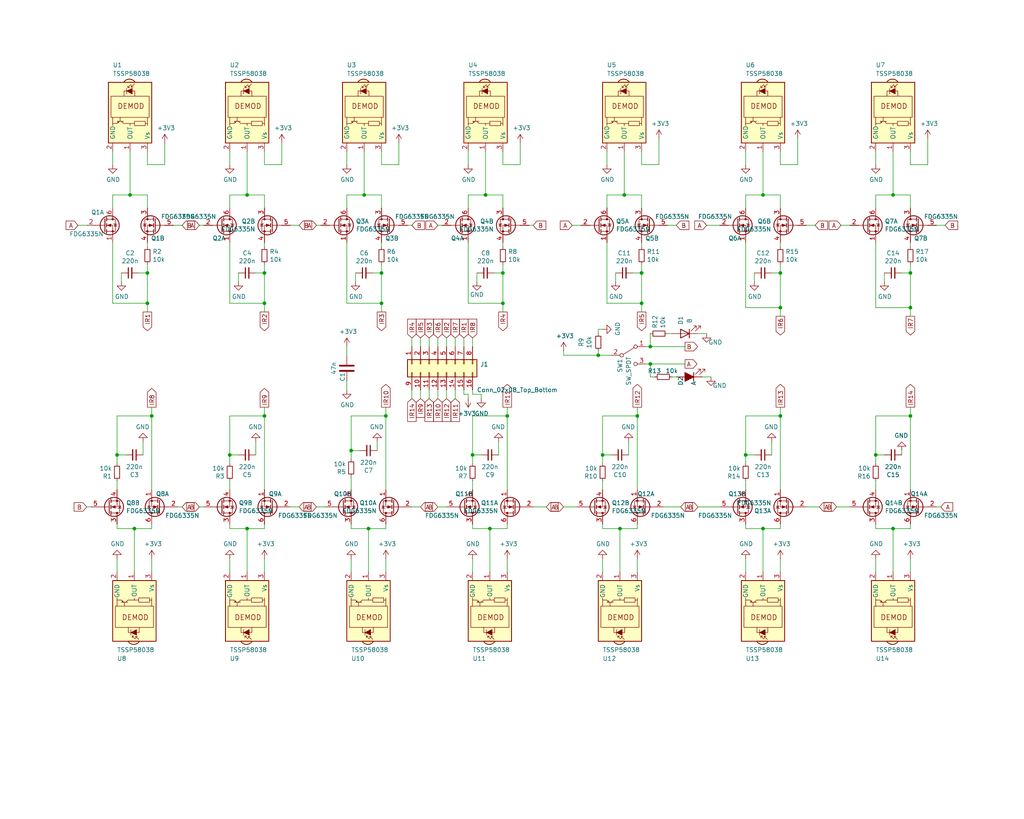
<source format=kicad_sch>
(kicad_sch (version 20211123) (generator eeschema)
  (paper "User" 299.999 240.005)
  (title_block (title "IR PCB Goaly") (date "2022-02-01"))
  (junction (at 39.37 154.94))
  (junction (at 67.31 133.35))
  (junction (at 228.6 121.92))
  (junction (at 148.59 121.92))
  (junction (at 190.5 101.6))
  (junction (at 218.44 133.35))
  (junction (at 266.7 80.01))
  (junction (at 187.96 88.9))
  (junction (at 190.5 106.68))
  (junction (at 34.29 133.35))
  (junction (at 77.47 80.01))
  (junction (at 142.24 57.15))
  (junction (at 111.76 80.01))
  (junction (at 113.03 121.92))
  (junction (at 256.54 133.35))
  (junction (at 106.68 57.15))
  (junction (at 77.47 88.9))
  (junction (at 38.1 57.15))
  (junction (at 223.52 57.15))
  (junction (at 107.95 154.94))
  (junction (at 102.87 132.08))
  (junction (at 181.61 154.94))
  (junction (at 143.51 154.94))
  (junction (at 228.6 90.17))
  (junction (at 43.18 88.9))
  (junction (at 111.76 88.9))
  (junction (at 223.52 154.94))
  (junction (at 266.7 121.92))
  (junction (at 187.96 80.01))
  (junction (at 176.53 133.35))
  (junction (at 72.39 154.94))
  (junction (at 138.43 133.35))
  (junction (at 175.26 104.14))
  (junction (at 261.62 154.94))
  (junction (at 44.45 121.92))
  (junction (at 77.47 121.92))
  (junction (at 261.62 57.15))
  (junction (at 43.18 80.01))
  (junction (at 147.32 88.9))
  (junction (at 72.39 57.15))
  (junction (at 266.7 90.17))
  (junction (at 147.32 80.01))
  (junction (at 182.88 57.15))
  (junction (at 228.6 80.01))
  (junction (at 186.69 121.92))
  (wire (pts (xy 256.54 133.35) (xy 256.54 121.92)))
  (wire (pts (xy 240.03 148.59) (xy 236.22 148.59)))
  (wire (pts (xy 245.11 148.59) (xy 248.92 148.59)))
  (wire (pts (xy 143.51 154.94) (xy 138.43 154.94)))
  (wire (pts (xy 147.32 57.15) (xy 147.32 60.96)))
  (wire (pts (xy 34.29 140.97) (xy 34.29 143.51)))
  (wire (pts (xy 148.59 154.94) (xy 143.51 154.94)))
  (wire (pts (xy 133.35 99.06) (xy 133.35 101.6)))
  (wire (pts (xy 142.24 57.15) (xy 147.32 57.15)))
  (wire (pts (xy 137.16 115.57) (xy 137.16 116.84)))
  (wire (pts (xy 33.02 88.9) (xy 43.18 88.9)))
  (wire (pts (xy 72.39 44.45) (xy 72.39 57.15)))
  (wire (pts (xy 223.52 154.94) (xy 218.44 154.94)))
  (wire (pts (xy 140.97 115.57) (xy 138.43 115.57)))
  (wire (pts (xy 191.77 110.49) (xy 190.5 110.49)))
  (wire (pts (xy 228.6 154.94) (xy 223.52 154.94)))
  (wire (pts (xy 101.6 48.26) (xy 101.6 44.45)))
  (wire (pts (xy 92.71 66.04) (xy 93.98 66.04)))
  (wire (pts (xy 58.42 66.04) (xy 59.69 66.04)))
  (wire (pts (xy 148.59 163.83) (xy 148.59 167.64)))
  (wire (pts (xy 266.7 57.15) (xy 266.7 60.96)))
  (wire (pts (xy 135.89 99.06) (xy 135.89 101.6)))
  (wire (pts (xy 228.6 80.01) (xy 228.6 90.17)))
  (wire (pts (xy 33.02 48.26) (xy 33.02 44.45)))
  (wire (pts (xy 147.32 48.26) (xy 147.32 44.45)))
  (wire (pts (xy 261.62 57.15) (xy 266.7 57.15)))
  (wire (pts (xy 147.32 77.47) (xy 147.32 80.01)))
  (wire (pts (xy 228.6 163.83) (xy 228.6 167.64)))
  (wire (pts (xy 143.51 167.64) (xy 143.51 154.94)))
  (wire (pts (xy 77.47 71.12) (xy 77.47 72.39)))
  (wire (pts (xy 218.44 140.97) (xy 218.44 143.51)))
  (wire (pts (xy 34.29 163.83) (xy 34.29 167.64)))
  (wire (pts (xy 228.6 57.15) (xy 228.6 60.96)))
  (wire (pts (xy 69.85 133.35) (xy 67.31 133.35)))
  (wire (pts (xy 182.88 57.15) (xy 187.96 57.15)))
  (wire (pts (xy 102.87 163.83) (xy 102.87 167.64)))
  (wire (pts (xy 138.43 163.83) (xy 138.43 167.64)))
  (wire (pts (xy 25.4 148.59) (xy 26.67 148.59)))
  (wire (pts (xy 238.76 66.04) (xy 236.22 66.04)))
  (wire (pts (xy 264.16 132.08) (xy 264.16 133.35)))
  (wire (pts (xy 72.39 154.94) (xy 67.31 154.94)))
  (wire (pts (xy 72.39 167.64) (xy 72.39 154.94)))
  (wire (pts (xy 137.16 57.15) (xy 137.16 60.96)))
  (wire (pts (xy 74.93 80.01) (xy 77.47 80.01)))
  (wire (pts (xy 34.29 133.35) (xy 34.29 135.89)))
  (wire (pts (xy 176.53 96.52) (xy 175.26 96.52)))
  (wire (pts (xy 179.07 133.35) (xy 176.53 133.35)))
  (wire (pts (xy 228.6 90.17) (xy 228.6 92.71)))
  (wire (pts (xy 137.16 71.12) (xy 137.16 88.9)))
  (wire (pts (xy 187.96 80.01) (xy 187.96 88.9)))
  (wire (pts (xy 223.52 167.64) (xy 223.52 154.94)))
  (wire (pts (xy 176.53 133.35) (xy 176.53 135.89)))
  (wire (pts (xy 39.37 154.94) (xy 34.29 154.94)))
  (wire (pts (xy 181.61 167.64) (xy 181.61 154.94)))
  (wire (pts (xy 187.96 80.01) (xy 187.96 77.47)))
  (wire (pts (xy 138.43 140.97) (xy 138.43 143.51)))
  (wire (pts (xy 137.16 48.26) (xy 137.16 44.45)))
  (wire (pts (xy 228.6 48.26) (xy 228.6 44.45)))
  (wire (pts (xy 228.6 77.47) (xy 228.6 80.01)))
  (wire (pts (xy 246.38 66.04) (xy 248.92 66.04)))
  (wire (pts (xy 181.61 154.94) (xy 176.53 154.94)))
  (wire (pts (xy 190.5 101.6) (xy 200.66 101.6)))
  (wire (pts (xy 120.65 114.3) (xy 120.65 116.84)))
  (wire (pts (xy 147.32 71.12) (xy 147.32 72.39)))
  (wire (pts (xy 186.69 154.94) (xy 181.61 154.94)))
  (wire (pts (xy 190.5 106.68) (xy 200.66 106.68)))
  (wire (pts (xy 233.68 40.64) (xy 233.68 48.26)))
  (wire (pts (xy 109.22 80.01) (xy 111.76 80.01)))
  (wire (pts (xy 218.44 71.12) (xy 218.44 90.17)))
  (wire (pts (xy 198.12 66.04) (xy 195.58 66.04)))
  (wire (pts (xy 120.65 99.06) (xy 120.65 101.6)))
  (wire (pts (xy 180.34 80.01) (xy 180.34 82.55)))
  (wire (pts (xy 101.6 57.15) (xy 106.68 57.15)))
  (wire (pts (xy 218.44 121.92) (xy 218.44 133.35)))
  (wire (pts (xy 101.6 101.6) (xy 101.6 104.14)))
  (wire (pts (xy 175.26 104.14) (xy 179.07 104.14)))
  (wire (pts (xy 44.45 163.83) (xy 44.45 167.64)))
  (wire (pts (xy 177.8 48.26) (xy 177.8 44.45)))
  (wire (pts (xy 256.54 133.35) (xy 256.54 135.89)))
  (wire (pts (xy 187.96 88.9) (xy 177.8 88.9)))
  (wire (pts (xy 123.19 114.3) (xy 123.19 116.84)))
  (wire (pts (xy 135.89 115.57) (xy 135.89 114.3)))
  (wire (pts (xy 147.32 80.01) (xy 147.32 88.9)))
  (wire (pts (xy 266.7 143.51) (xy 266.7 121.92)))
  (wire (pts (xy 77.47 163.83) (xy 77.47 167.64)))
  (wire (pts (xy 123.19 99.06) (xy 123.19 101.6)))
  (wire (pts (xy 43.18 80.01) (xy 43.18 88.9)))
  (wire (pts (xy 138.43 154.94) (xy 138.43 153.67)))
  (wire (pts (xy 187.96 88.9) (xy 187.96 91.44)))
  (wire (pts (xy 113.03 143.51) (xy 113.03 121.92)))
  (wire (pts (xy 43.18 48.26) (xy 43.18 44.45)))
  (wire (pts (xy 176.53 121.92) (xy 186.69 121.92)))
  (wire (pts (xy 67.31 48.26) (xy 67.31 44.45)))
  (wire (pts (xy 275.59 148.59) (xy 274.32 148.59)))
  (wire (pts (xy 77.47 77.47) (xy 77.47 80.01)))
  (wire (pts (xy 259.08 80.01) (xy 259.08 82.55)))
  (wire (pts (xy 44.45 154.94) (xy 39.37 154.94)))
  (wire (pts (xy 53.34 148.59) (xy 52.07 148.59)))
  (wire (pts (xy 39.37 167.64) (xy 39.37 154.94)))
  (wire (pts (xy 102.87 154.94) (xy 102.87 153.67)))
  (wire (pts (xy 128.27 114.3) (xy 128.27 116.84)))
  (wire (pts (xy 106.68 44.45) (xy 106.68 57.15)))
  (wire (pts (xy 218.44 57.15) (xy 218.44 60.96)))
  (wire (pts (xy 220.98 133.35) (xy 218.44 133.35)))
  (wire (pts (xy 125.73 99.06) (xy 125.73 101.6)))
  (wire (pts (xy 152.4 48.26) (xy 147.32 48.26)))
  (wire (pts (xy 77.47 154.94) (xy 72.39 154.94)))
  (wire (pts (xy 152.4 41.91) (xy 152.4 48.26)))
  (wire (pts (xy 38.1 44.45) (xy 38.1 57.15)))
  (wire (pts (xy 48.26 48.26) (xy 43.18 48.26)))
  (wire (pts (xy 264.16 80.01) (xy 266.7 80.01)))
  (wire (pts (xy 44.45 143.51) (xy 44.45 121.92)))
  (wire (pts (xy 193.04 48.26) (xy 187.96 48.26)))
  (wire (pts (xy 105.41 132.08) (xy 102.87 132.08)))
  (wire (pts (xy 177.8 57.15) (xy 177.8 60.96)))
  (wire (pts (xy 190.5 110.49) (xy 190.5 106.68)))
  (wire (pts (xy 223.52 44.45) (xy 223.52 57.15)))
  (wire (pts (xy 218.44 57.15) (xy 223.52 57.15)))
  (wire (pts (xy 77.47 154.94) (xy 77.47 153.67)))
  (wire (pts (xy 218.44 48.26) (xy 218.44 44.45)))
  (wire (pts (xy 187.96 57.15) (xy 187.96 60.96)))
  (wire (pts (xy 110.49 129.54) (xy 110.49 132.08)))
  (wire (pts (xy 146.05 129.54) (xy 146.05 133.35)))
  (wire (pts (xy 74.93 129.54) (xy 74.93 133.35)))
  (wire (pts (xy 77.47 48.26) (xy 77.47 44.45)))
  (wire (pts (xy 175.26 96.52) (xy 175.26 97.79)))
  (wire (pts (xy 266.7 90.17) (xy 266.7 92.71)))
  (wire (pts (xy 67.31 71.12) (xy 67.31 88.9)))
  (wire (pts (xy 102.87 121.92) (xy 113.03 121.92)))
  (wire (pts (xy 116.84 48.26) (xy 111.76 48.26)))
  (wire (pts (xy 190.5 97.79) (xy 190.5 101.6)))
  (wire (pts (xy 186.69 163.83) (xy 186.69 167.64)))
  (wire (pts (xy 67.31 154.94) (xy 67.31 153.67)))
  (wire (pts (xy 33.02 57.15) (xy 33.02 60.96)))
  (wire (pts (xy 177.8 71.12) (xy 177.8 88.9)))
  (wire (pts (xy 228.6 154.94) (xy 228.6 153.67)))
  (wire (pts (xy 92.71 148.59) (xy 95.25 148.59)))
  (wire (pts (xy 256.54 71.12) (xy 256.54 90.17)))
  (wire (pts (xy 148.59 119.38) (xy 148.59 121.92)))
  (wire (pts (xy 196.85 97.79) (xy 195.58 97.79)))
  (wire (pts (xy 271.78 48.26) (xy 266.7 48.26)))
  (wire (pts (xy 176.53 121.92) (xy 176.53 133.35)))
  (wire (pts (xy 204.47 148.59) (xy 210.82 148.59)))
  (wire (pts (xy 34.29 121.92) (xy 44.45 121.92)))
  (wire (pts (xy 107.95 167.64) (xy 107.95 154.94)))
  (wire (pts (xy 140.97 115.57) (xy 140.97 116.84)))
  (wire (pts (xy 67.31 57.15) (xy 72.39 57.15)))
  (wire (pts (xy 208.28 110.49) (xy 205.74 110.49)))
  (wire (pts (xy 266.7 154.94) (xy 261.62 154.94)))
  (wire (pts (xy 116.84 41.91) (xy 116.84 48.26)))
  (wire (pts (xy 261.62 44.45) (xy 261.62 57.15)))
  (wire (pts (xy 266.7 119.38) (xy 266.7 121.92)))
  (wire (pts (xy 261.62 167.64) (xy 261.62 154.94)))
  (wire (pts (xy 87.63 66.04) (xy 85.09 66.04)))
  (wire (pts (xy 266.7 154.94) (xy 266.7 153.67)))
  (wire (pts (xy 111.76 80.01) (xy 111.76 88.9)))
  (wire (pts (xy 67.31 140.97) (xy 67.31 143.51)))
  (wire (pts (xy 137.16 57.15) (xy 142.24 57.15)))
  (wire (pts (xy 38.1 57.15) (xy 43.18 57.15)))
  (wire (pts (xy 218.44 163.83) (xy 218.44 167.64)))
  (wire (pts (xy 276.86 66.04) (xy 274.32 66.04)))
  (wire (pts (xy 48.26 41.91) (xy 48.26 48.26)))
  (wire (pts (xy 186.69 119.38) (xy 186.69 121.92)))
  (wire (pts (xy 167.64 66.04) (xy 170.18 66.04)))
  (wire (pts (xy 113.03 154.94) (xy 113.03 153.67)))
  (wire (pts (xy 82.55 41.91) (xy 82.55 48.26)))
  (wire (pts (xy 256.54 121.92) (xy 266.7 121.92)))
  (wire (pts (xy 266.7 77.47) (xy 266.7 80.01)))
  (wire (pts (xy 218.44 154.94) (xy 218.44 153.67)))
  (wire (pts (xy 106.68 57.15) (xy 111.76 57.15)))
  (wire (pts (xy 111.76 71.12) (xy 111.76 72.39)))
  (wire (pts (xy 67.31 163.83) (xy 67.31 167.64)))
  (wire (pts (xy 58.42 148.59) (xy 59.69 148.59)))
  (wire (pts (xy 199.39 148.59) (xy 194.31 148.59)))
  (wire (pts (xy 41.91 129.54) (xy 41.91 133.35)))
  (wire (pts (xy 176.53 163.83) (xy 176.53 167.64)))
  (wire (pts (xy 261.62 154.94) (xy 256.54 154.94)))
  (wire (pts (xy 128.27 148.59) (xy 130.81 148.59)))
  (wire (pts (xy 256.54 140.97) (xy 256.54 143.51)))
  (wire (pts (xy 104.14 80.01) (xy 104.14 82.55)))
  (wire (pts (xy 226.06 80.01) (xy 228.6 80.01)))
  (wire (pts (xy 82.55 48.26) (xy 77.47 48.26)))
  (wire (pts (xy 186.69 143.51) (xy 186.69 121.92)))
  (wire (pts (xy 266.7 80.01) (xy 266.7 90.17)))
  (wire (pts (xy 182.88 44.45) (xy 182.88 57.15)))
  (wire (pts (xy 22.86 66.04) (xy 25.4 66.04)))
  (wire (pts (xy 40.64 80.01) (xy 43.18 80.01)))
  (wire (pts (xy 43.18 77.47) (xy 43.18 80.01)))
  (wire (pts (xy 256.54 48.26) (xy 256.54 44.45)))
  (wire (pts (xy 256.54 57.15) (xy 261.62 57.15)))
  (wire (pts (xy 160.02 148.59) (xy 156.21 148.59)))
  (wire (pts (xy 33.02 57.15) (xy 38.1 57.15)))
  (wire (pts (xy 120.65 66.04) (xy 119.38 66.04)))
  (wire (pts (xy 138.43 133.35) (xy 138.43 135.89)))
  (wire (pts (xy 228.6 143.51) (xy 228.6 121.92)))
  (wire (pts (xy 138.43 121.92) (xy 148.59 121.92)))
  (wire (pts (xy 34.29 154.94) (xy 34.29 153.67)))
  (wire (pts (xy 107.95 154.94) (xy 102.87 154.94)))
  (wire (pts (xy 67.31 133.35) (xy 67.31 135.89)))
  (wire (pts (xy 184.15 129.54) (xy 184.15 133.35)))
  (wire (pts (xy 138.43 121.92) (xy 138.43 133.35)))
  (wire (pts (xy 223.52 57.15) (xy 228.6 57.15)))
  (wire (pts (xy 77.47 143.51) (xy 77.47 121.92)))
  (wire (pts (xy 226.06 129.54) (xy 226.06 133.35)))
  (wire (pts (xy 44.45 119.38) (xy 44.45 121.92)))
  (wire (pts (xy 256.54 163.83) (xy 256.54 167.64)))
  (wire (pts (xy 113.03 119.38) (xy 113.03 121.92)))
  (wire (pts (xy 128.27 66.04) (xy 129.54 66.04)))
  (wire (pts (xy 102.87 121.92) (xy 102.87 132.08)))
  (wire (pts (xy 34.29 121.92) (xy 34.29 133.35)))
  (wire (pts (xy 111.76 57.15) (xy 111.76 60.96)))
  (wire (pts (xy 102.87 139.7) (xy 102.87 143.51)))
  (wire (pts (xy 176.53 140.97) (xy 176.53 143.51)))
  (wire (pts (xy 271.78 40.64) (xy 271.78 48.26)))
  (wire (pts (xy 128.27 99.06) (xy 128.27 101.6)))
  (wire (pts (xy 43.18 57.15) (xy 43.18 60.96)))
  (wire (pts (xy 187.96 48.26) (xy 187.96 44.45)))
  (wire (pts (xy 266.7 71.12) (xy 266.7 72.39)))
  (wire (pts (xy 233.68 48.26) (xy 228.6 48.26)))
  (wire (pts (xy 130.81 99.06) (xy 130.81 101.6)))
  (wire (pts (xy 266.7 48.26) (xy 266.7 44.45)))
  (wire (pts (xy 228.6 119.38) (xy 228.6 121.92)))
  (wire (pts (xy 138.43 99.06) (xy 138.43 101.6)))
  (wire (pts (xy 101.6 71.12) (xy 101.6 88.9)))
  (wire (pts (xy 77.47 80.01) (xy 77.47 88.9)))
  (wire (pts (xy 125.73 114.3) (xy 125.73 116.84)))
  (wire (pts (xy 101.6 88.9) (xy 111.76 88.9)))
  (wire (pts (xy 175.26 102.87) (xy 175.26 104.14)))
  (wire (pts (xy 256.54 57.15) (xy 256.54 60.96)))
  (wire (pts (xy 148.59 154.94) (xy 148.59 153.67)))
  (wire (pts (xy 187.96 71.12) (xy 187.96 72.39)))
  (wire (pts (xy 148.59 121.92) (xy 148.59 143.51)))
  (wire (pts (xy 259.08 133.35) (xy 256.54 133.35)))
  (wire (pts (xy 43.18 88.9) (xy 43.18 91.44)))
  (wire (pts (xy 53.34 66.04) (xy 50.8 66.04)))
  (wire (pts (xy 228.6 90.17) (xy 218.44 90.17)))
  (wire (pts (xy 186.69 154.94) (xy 186.69 153.67)))
  (wire (pts (xy 133.35 114.3) (xy 133.35 116.84)))
  (wire (pts (xy 69.85 80.01) (xy 69.85 82.55)))
  (wire (pts (xy 165.1 104.14) (xy 175.26 104.14)))
  (wire (pts (xy 177.8 57.15) (xy 182.88 57.15)))
  (wire (pts (xy 176.53 154.94) (xy 176.53 153.67)))
  (wire (pts (xy 156.21 66.04) (xy 154.94 66.04)))
  (wire (pts (xy 111.76 88.9) (xy 111.76 91.44)))
  (wire (pts (xy 144.78 80.01) (xy 147.32 80.01)))
  (wire (pts (xy 113.03 163.83) (xy 113.03 167.64)))
  (wire (pts (xy 67.31 121.92) (xy 67.31 133.35)))
  (wire (pts (xy 67.31 88.9) (xy 77.47 88.9)))
  (wire (pts (xy 218.44 133.35) (xy 218.44 135.89)))
  (wire (pts (xy 165.1 102.87) (xy 165.1 104.14)))
  (wire (pts (xy 101.6 57.15) (xy 101.6 60.96)))
  (wire (pts (xy 137.16 115.57) (xy 135.89 115.57)))
  (wire (pts (xy 228.6 71.12) (xy 228.6 72.39)))
  (wire (pts (xy 43.18 71.12) (xy 43.18 72.39)))
  (wire (pts (xy 130.81 114.3) (xy 130.81 116.84)))
  (wire (pts (xy 77.47 88.9) (xy 77.47 91.44)))
  (wire (pts (xy 33.02 71.12) (xy 33.02 88.9)))
  (wire (pts (xy 44.45 154.94) (xy 44.45 153.67)))
  (wire (pts (xy 142.24 44.45) (xy 142.24 57.15)))
  (wire (pts (xy 72.39 57.15) (xy 77.47 57.15)))
  (wire (pts (xy 147.32 88.9) (xy 147.32 91.44)))
  (wire (pts (xy 67.31 121.92) (xy 77.47 121.92)))
  (wire (pts (xy 123.19 148.59) (xy 120.65 148.59)))
  (wire (pts (xy 256.54 154.94) (xy 256.54 153.67)))
  (wire (pts (xy 165.1 148.59) (xy 168.91 148.59)))
  (wire (pts (xy 111.76 77.47) (xy 111.76 80.01)))
  (wire (pts (xy 85.09 148.59) (xy 87.63 148.59)))
  (wire (pts (xy 266.7 90.17) (xy 256.54 90.17)))
  (wire (pts (xy 101.6 111.76) (xy 101.6 114.3)))
  (wire (pts (xy 207.01 66.04) (xy 210.82 66.04)))
  (wire (pts (xy 185.42 80.01) (xy 187.96 80.01)))
  (wire (pts (xy 102.87 132.08) (xy 102.87 134.62)))
  (wire (pts (xy 113.03 154.94) (xy 107.95 154.94)))
  (wire (pts (xy 67.31 57.15) (xy 67.31 60.96)))
  (wire (pts (xy 140.97 133.35) (xy 138.43 133.35)))
  (wire (pts (xy 266.7 163.83) (xy 266.7 167.64)))
  (wire (pts (xy 77.47 119.38) (xy 77.47 121.92)))
  (wire (pts (xy 198.12 110.49) (xy 196.85 110.49)))
  (wire (pts (xy 189.23 101.6) (xy 190.5 101.6)))
  (wire (pts (xy 207.01 97.79) (xy 204.47 97.79)))
  (wire (pts (xy 189.23 106.68) (xy 190.5 106.68)))
  (wire (pts (xy 77.47 57.15) (xy 77.47 60.96)))
  (wire (pts (xy 137.16 88.9) (xy 147.32 88.9)))
  (wire (pts (xy 220.98 80.01) (xy 220.98 82.55)))
  (wire (pts (xy 35.56 80.01) (xy 35.56 82.55)))
  (wire (pts (xy 138.43 115.57) (xy 138.43 114.3)))
  (wire (pts (xy 139.7 80.01) (xy 139.7 82.55)))
  (wire (pts (xy 218.44 121.92) (xy 228.6 121.92)))
  (wire (pts (xy 36.83 133.35) (xy 34.29 133.35)))
  (wire (pts (xy 193.04 40.64) (xy 193.04 48.26)))
  (wire (pts (xy 111.76 48.26) (xy 111.76 44.45)))
  (global_label "B" (shape input) (at 87.63 66.04 0) (property "Intersheet References" "${INTERSHEET_REFS}" (effects hide)))
  (global_label "IR10" (shape input) (at 128.27 116.84 270) (property "Intersheet References" "${INTERSHEET_REFS}" (effects hide)))
  (global_label "A" (shape input) (at 87.63 148.59 0) (property "Intersheet References" "${INTERSHEET_REFS}" (effects hide)))
  (global_label "IR13" (shape input) (at 125.73 116.84 270) (property "Intersheet References" "${INTERSHEET_REFS}" (effects hide)))
  (global_label "B" (shape input) (at 53.34 66.04 0) (property "Intersheet References" "${INTERSHEET_REFS}" (effects hide)))
  (global_label "A" (shape input) (at 128.27 66.04 180) (property "Intersheet References" "${INTERSHEET_REFS}" (effects hide)))
  (global_label "IR7" (shape output) (at 266.7 92.71 270) (property "Intersheet References" "${INTERSHEET_REFS}" (effects hide)))
  (global_label "A" (shape input) (at 275.59 148.59 0) (property "Intersheet References" "${INTERSHEET_REFS}" (effects hide)))
  (global_label "B" (shape input) (at 156.21 66.04 0) (property "Intersheet References" "${INTERSHEET_REFS}" (effects hide)))
  (global_label "A" (shape input) (at 199.39 148.59 0) (property "Intersheet References" "${INTERSHEET_REFS}" (effects hide)))
  (global_label "A" (shape input) (at 123.19 148.59 0) (property "Intersheet References" "${INTERSHEET_REFS}" (effects hide)))
  (global_label "B" (shape input) (at 25.4 148.59 180) (property "Intersheet References" "${INTERSHEET_REFS}" (effects hide)))
  (global_label "A" (shape input) (at 240.03 148.59 0) (property "Intersheet References" "${INTERSHEET_REFS}" (effects hide)))
  (global_label "IR4" (shape input) (at 120.65 99.06 90) (property "Intersheet References" "${INTERSHEET_REFS}" (effects hide)))
  (global_label "IR10" (shape output) (at 113.03 119.38 90) (property "Intersheet References" "${INTERSHEET_REFS}" (effects hide)))
  (global_label "IR12" (shape output) (at 186.69 119.38 90) (property "Intersheet References" "${INTERSHEET_REFS}" (effects hide)))
  (global_label "IR1" (shape input) (at 135.89 99.06 90) (property "Intersheet References" "${INTERSHEET_REFS}" (effects hide)))
  (global_label "IR12" (shape input) (at 130.81 116.84 270) (property "Intersheet References" "${INTERSHEET_REFS}" (effects hide)))
  (global_label "IR11" (shape output) (at 148.59 119.38 90) (property "Intersheet References" "${INTERSHEET_REFS}" (effects hide)))
  (global_label "IR14" (shape output) (at 266.7 119.38 90) (property "Intersheet References" "${INTERSHEET_REFS}" (effects hide)))
  (global_label "A" (shape input) (at 160.02 148.59 0) (property "Intersheet References" "${INTERSHEET_REFS}" (effects hide)))
  (global_label "A" (shape input) (at 53.34 148.59 0) (property "Intersheet References" "${INTERSHEET_REFS}" (effects hide)))
  (global_label "IR3" (shape output) (at 111.76 91.44 270) (property "Intersheet References" "${INTERSHEET_REFS}" (effects hide)))
  (global_label "B" (shape input) (at 204.47 148.59 180) (property "Intersheet References" "${INTERSHEET_REFS}" (effects hide)))
  (global_label "IR6" (shape output) (at 228.6 92.71 270) (property "Intersheet References" "${INTERSHEET_REFS}" (effects hide)))
  (global_label "IR5" (shape output) (at 187.96 91.44 270) (property "Intersheet References" "${INTERSHEET_REFS}" (effects hide)))
  (global_label "IR13" (shape output) (at 228.6 119.38 90) (property "Intersheet References" "${INTERSHEET_REFS}" (effects hide)))
  (global_label "A" (shape input) (at 207.01 66.04 180) (property "Intersheet References" "${INTERSHEET_REFS}" (effects hide)))
  (global_label "A" (shape input) (at 167.64 66.04 180) (property "Intersheet References" "${INTERSHEET_REFS}" (effects hide)))
  (global_label "IR5" (shape input) (at 123.19 99.06 90) (property "Intersheet References" "${INTERSHEET_REFS}" (effects hide)))
  (global_label "A" (shape input) (at 246.38 66.04 180) (property "Intersheet References" "${INTERSHEET_REFS}" (effects hide)))
  (global_label "IR8" (shape input) (at 138.43 99.06 90) (property "Intersheet References" "${INTERSHEET_REFS}" (effects hide)))
  (global_label "IR6" (shape input) (at 128.27 99.06 90) (property "Intersheet References" "${INTERSHEET_REFS}" (effects hide)))
  (global_label "A" (shape input) (at 22.86 66.04 180) (property "Intersheet References" "${INTERSHEET_REFS}" (effects hide)))
  (global_label "B" (shape input) (at 198.12 66.04 0) (property "Intersheet References" "${INTERSHEET_REFS}" (effects hide)))
  (global_label "IR3" (shape input) (at 125.73 99.06 90) (property "Intersheet References" "${INTERSHEET_REFS}" (effects hide)))
  (global_label "A" (shape output) (at 200.66 106.68 0) (property "Intersheet References" "${INTERSHEET_REFS}" (effects hide)))
  (global_label "B" (shape input) (at 165.1 148.59 180) (property "Intersheet References" "${INTERSHEET_REFS}" (effects hide)))
  (global_label "IR11" (shape input) (at 133.35 116.84 270) (property "Intersheet References" "${INTERSHEET_REFS}" (effects hide)))
  (global_label "A" (shape input) (at 58.42 66.04 180) (property "Intersheet References" "${INTERSHEET_REFS}" (effects hide)))
  (global_label "B" (shape input) (at 276.86 66.04 0) (property "Intersheet References" "${INTERSHEET_REFS}" (effects hide)))
  (global_label "IR9" (shape output) (at 77.47 119.38 90) (property "Intersheet References" "${INTERSHEET_REFS}" (effects hide)))
  (global_label "B" (shape input) (at 245.11 148.59 180) (property "Intersheet References" "${INTERSHEET_REFS}" (effects hide)))
  (global_label "B" (shape input) (at 120.65 66.04 0) (property "Intersheet References" "${INTERSHEET_REFS}" (effects hide)))
  (global_label "IR4" (shape output) (at 147.32 91.44 270) (property "Intersheet References" "${INTERSHEET_REFS}" (effects hide)))
  (global_label "B" (shape input) (at 58.42 148.59 180) (property "Intersheet References" "${INTERSHEET_REFS}" (effects hide)))
  (global_label "IR8" (shape output) (at 44.45 119.38 90) (property "Intersheet References" "${INTERSHEET_REFS}" (effects hide)))
  (global_label "IR2" (shape output) (at 77.47 91.44 270) (property "Intersheet References" "${INTERSHEET_REFS}" (effects hide)))
  (global_label "IR1" (shape output) (at 43.18 91.44 270) (property "Intersheet References" "${INTERSHEET_REFS}" (effects hide)))
  (global_label "IR9" (shape input) (at 123.19 116.84 270) (property "Intersheet References" "${INTERSHEET_REFS}" (effects hide)))
  (global_label "B" (shape output) (at 200.66 101.6 0) (property "Intersheet References" "${INTERSHEET_REFS}" (effects hide)))
  (global_label "A" (shape input) (at 92.71 66.04 180) (property "Intersheet References" "${INTERSHEET_REFS}" (effects hide)))
  (global_label "IR2" (shape input) (at 130.81 99.06 90) (property "Intersheet References" "${INTERSHEET_REFS}" (effects hide)))
  (global_label "IR14" (shape input) (at 120.65 116.84 270) (property "Intersheet References" "${INTERSHEET_REFS}" (effects hide)))
  (global_label "IR7" (shape input) (at 133.35 99.06 90) (property "Intersheet References" "${INTERSHEET_REFS}" (effects hide)))
  (global_label "B" (shape input) (at 128.27 148.59 180) (property "Intersheet References" "${INTERSHEET_REFS}" (effects hide)))
  (global_label "B" (shape input) (at 92.71 148.59 180) (property "Intersheet References" "${INTERSHEET_REFS}" (effects hide)))
  (global_label "B" (shape input) (at 238.76 66.04 0) (property "Intersheet References" "${INTERSHEET_REFS}" (effects hide)))
  (symbol (lib_id "Sensor_Proximity:TSSP58038") (at 38.1 34.29 270) (unit 1)
    (property "Reference" "U1" (at 33.02 19.05 90) (effects (justify left)))
    (property "Value" "TSSP58038" (at 33.02 21.59 90) (effects (justify left)))
    (property "Footprint" "OptoDevice:Vishay_MINIMOLD-3Pin" (effects hide))
    (property "Datasheet" "http://www.vishay.com/docs/82476/tssp58p38.pdf" (effects hide))
  )
  (symbol (lib_id "power:GND") (at 33.02 48.26 0) (unit 1)
    (property "Reference" "#PWR0101" (effects hide))
    (property "Value" "GND" (at 33.147 52.6542 0))
  )
  (symbol (lib_id "Sensor_Proximity:TSSP58038") (at 72.39 34.29 270) (unit 1)
    (property "Reference" "U2" (at 67.31 19.05 90) (effects (justify left)))
    (property "Value" "TSSP58038" (at 67.31 21.59 90) (effects (justify left)))
    (property "Footprint" "OptoDevice:Vishay_MINIMOLD-3Pin" (effects hide))
    (property "Datasheet" "http://www.vishay.com/docs/82476/tssp58p38.pdf" (effects hide))
  )
  (symbol (lib_id "power:GND") (at 67.31 48.26 0) (unit 1)
    (property "Reference" "#PWR0103" (effects hide))
    (property "Value" "GND" (at 67.437 52.6542 0))
  )
  (symbol (lib_id "Sensor_Proximity:TSSP58038") (at 106.68 34.29 270) (unit 1)
    (property "Reference" "U3" (at 101.6 19.05 90) (effects (justify left)))
    (property "Value" "TSSP58038" (at 101.6 21.59 90) (effects (justify left)))
    (property "Footprint" "OptoDevice:Vishay_MINIMOLD-3Pin" (effects hide))
    (property "Datasheet" "http://www.vishay.com/docs/82476/tssp58p38.pdf" (effects hide))
  )
  (symbol (lib_id "power:GND") (at 101.6 48.26 0) (unit 1)
    (property "Reference" "#PWR0105" (effects hide))
    (property "Value" "GND" (at 101.727 52.6542 0))
  )
  (symbol (lib_id "Sensor_Proximity:TSSP58038") (at 142.24 34.29 270) (unit 1)
    (property "Reference" "U4" (at 137.16 19.05 90) (effects (justify left)))
    (property "Value" "TSSP58038" (at 137.16 21.59 90) (effects (justify left)))
    (property "Footprint" "OptoDevice:Vishay_MINIMOLD-3Pin" (effects hide))
    (property "Datasheet" "http://www.vishay.com/docs/82476/tssp58p38.pdf" (effects hide))
  )
  (symbol (lib_id "power:GND") (at 137.16 48.26 0) (unit 1)
    (property "Reference" "#PWR0107" (effects hide))
    (property "Value" "GND" (at 137.287 52.6542 0))
  )
  (symbol (lib_id "Sensor_Proximity:TSSP58038") (at 182.88 34.29 270) (unit 1)
    (property "Reference" "U5" (at 177.8 19.05 90) (effects (justify left)))
    (property "Value" "TSSP58038" (at 177.8 21.59 90) (effects (justify left)))
    (property "Footprint" "OptoDevice:Vishay_MINIMOLD-3Pin" (effects hide))
    (property "Datasheet" "http://www.vishay.com/docs/82476/tssp58p38.pdf" (effects hide))
  )
  (symbol (lib_id "power:GND") (at 177.8 48.26 0) (unit 1)
    (property "Reference" "#PWR0109" (effects hide))
    (property "Value" "GND" (at 177.927 52.6542 0))
  )
  (symbol (lib_id "Sensor_Proximity:TSSP58038") (at 223.52 34.29 270) (unit 1)
    (property "Reference" "U6" (at 218.44 19.05 90) (effects (justify left)))
    (property "Value" "TSSP58038" (at 218.44 21.59 90) (effects (justify left)))
    (property "Footprint" "OptoDevice:Vishay_MINIMOLD-3Pin" (effects hide))
    (property "Datasheet" "http://www.vishay.com/docs/82476/tssp58p38.pdf" (effects hide))
  )
  (symbol (lib_id "power:GND") (at 218.44 48.26 0) (unit 1)
    (property "Reference" "#PWR0111" (effects hide))
    (property "Value" "GND" (at 218.567 52.6542 0))
  )
  (symbol (lib_id "Sensor_Proximity:TSSP58038") (at 261.62 34.29 270) (unit 1)
    (property "Reference" "U7" (at 256.54 19.05 90) (effects (justify left)))
    (property "Value" "TSSP58038" (at 256.54 21.59 90) (effects (justify left)))
    (property "Footprint" "OptoDevice:Vishay_MINIMOLD-3Pin" (effects hide))
    (property "Datasheet" "http://www.vishay.com/docs/82476/tssp58p38.pdf" (effects hide))
  )
  (symbol (lib_id "power:GND") (at 256.54 48.26 0) (unit 1)
    (property "Reference" "#PWR0113" (effects hide))
    (property "Value" "GND" (at 256.667 52.6542 0))
  )
  (symbol (lib_id "Sensor_Proximity:TSSP58038") (at 39.37 177.8 270) (mirror x) (unit 1)
    (property "Reference" "U8" (at 34.29 193.04 90) (effects (justify left)))
    (property "Value" "TSSP58038" (at 34.29 190.5 90) (effects (justify left)))
    (property "Footprint" "OptoDevice:Vishay_MINIMOLD-3Pin" (effects hide))
    (property "Datasheet" "http://www.vishay.com/docs/82476/tssp58p38.pdf" (effects hide))
  )
  (symbol (lib_id "power:GND") (at 34.29 163.83 0) (mirror x) (unit 1)
    (property "Reference" "#PWR0115" (effects hide))
    (property "Value" "GND" (at 34.417 159.4358 0))
  )
  (symbol (lib_id "Sensor_Proximity:TSSP58038") (at 72.39 177.8 270) (mirror x) (unit 1)
    (property "Reference" "U9" (at 67.31 193.04 90) (effects (justify left)))
    (property "Value" "TSSP58038" (at 67.31 190.5 90) (effects (justify left)))
    (property "Footprint" "OptoDevice:Vishay_MINIMOLD-3Pin" (effects hide))
    (property "Datasheet" "http://www.vishay.com/docs/82476/tssp58p38.pdf" (effects hide))
  )
  (symbol (lib_id "power:GND") (at 67.31 163.83 0) (mirror x) (unit 1)
    (property "Reference" "#PWR0117" (effects hide))
    (property "Value" "GND" (at 67.437 159.4358 0))
  )
  (symbol (lib_id "Sensor_Proximity:TSSP58038") (at 107.95 177.8 270) (mirror x) (unit 1)
    (property "Reference" "U10" (at 102.87 193.04 90) (effects (justify left)))
    (property "Value" "TSSP58038" (at 102.87 190.5 90) (effects (justify left)))
    (property "Footprint" "OptoDevice:Vishay_MINIMOLD-3Pin" (effects hide))
    (property "Datasheet" "http://www.vishay.com/docs/82476/tssp58p38.pdf" (effects hide))
  )
  (symbol (lib_id "power:GND") (at 102.87 163.83 0) (mirror x) (unit 1)
    (property "Reference" "#PWR0119" (effects hide))
    (property "Value" "GND" (at 102.997 159.4358 0))
  )
  (symbol (lib_id "Sensor_Proximity:TSSP58038") (at 143.51 177.8 270) (mirror x) (unit 1)
    (property "Reference" "U11" (at 138.43 193.04 90) (effects (justify left)))
    (property "Value" "TSSP58038" (at 138.43 190.5 90) (effects (justify left)))
    (property "Footprint" "OptoDevice:Vishay_MINIMOLD-3Pin" (effects hide))
    (property "Datasheet" "http://www.vishay.com/docs/82476/tssp58p38.pdf" (effects hide))
  )
  (symbol (lib_id "power:GND") (at 138.43 163.83 0) (mirror x) (unit 1)
    (property "Reference" "#PWR0121" (effects hide))
    (property "Value" "GND" (at 138.557 159.4358 0))
  )
  (symbol (lib_id "Sensor_Proximity:TSSP58038") (at 181.61 177.8 270) (mirror x) (unit 1)
    (property "Reference" "U12" (at 176.53 193.04 90) (effects (justify left)))
    (property "Value" "TSSP58038" (at 176.53 190.5 90) (effects (justify left)))
    (property "Footprint" "OptoDevice:Vishay_MINIMOLD-3Pin" (effects hide))
    (property "Datasheet" "http://www.vishay.com/docs/82476/tssp58p38.pdf" (effects hide))
  )
  (symbol (lib_id "power:GND") (at 176.53 163.83 0) (mirror x) (unit 1)
    (property "Reference" "#PWR0123" (effects hide))
    (property "Value" "GND" (at 176.657 159.4358 0))
  )
  (symbol (lib_id "Sensor_Proximity:TSSP58038") (at 223.52 177.8 270) (mirror x) (unit 1)
    (property "Reference" "U13" (at 218.44 193.04 90) (effects (justify left)))
    (property "Value" "TSSP58038" (at 218.44 190.5 90) (effects (justify left)))
    (property "Footprint" "OptoDevice:Vishay_MINIMOLD-3Pin" (effects hide))
    (property "Datasheet" "http://www.vishay.com/docs/82476/tssp58p38.pdf" (effects hide))
  )
  (symbol (lib_id "power:GND") (at 218.44 163.83 0) (mirror x) (unit 1)
    (property "Reference" "#PWR0125" (effects hide))
    (property "Value" "GND" (at 218.567 159.4358 0))
  )
  (symbol (lib_id "Sensor_Proximity:TSSP58038") (at 261.62 177.8 270) (mirror x) (unit 1)
    (property "Reference" "U14" (at 256.54 193.04 90) (effects (justify left)))
    (property "Value" "TSSP58038" (at 256.54 190.5 90) (effects (justify left)))
    (property "Footprint" "OptoDevice:Vishay_MINIMOLD-3Pin" (effects hide))
    (property "Datasheet" "http://www.vishay.com/docs/82476/tssp58p38.pdf" (effects hide))
  )
  (symbol (lib_id "power:GND") (at 256.54 163.83 0) (mirror x) (unit 1)
    (property "Reference" "#PWR0127" (effects hide))
    (property "Value" "GND" (at 256.667 159.4358 0))
  )
  (symbol (lib_id "Device:C") (at 101.6 107.95 180) (unit 1)
    (property "Reference" "C1" (at 100.33 110.49 90))
    (property "Value" "47n" (at 97.79 107.95 90))
    (property "Footprint" "Capacitor_SMD:C_0603_1608Metric" (effects hide))
  )
  (symbol (lib_id "Switch:SW_SPDT") (at 184.15 104.14 0) (unit 1)
    (property "Reference" "SW1" (at 181.61 109.22 90) (effects (justify left)))
    (property "Value" "SW_SPDT" (at 184.15 113.03 90) (effects (justify left)))
    (property "Footprint" "Main_Board:EG1218" (effects hide))
  )
  (symbol (lib_id "power:GND") (at 35.56 82.55 0) (unit 1)
    (property "Reference" "#PWR01" (effects hide))
    (property "Value" "GND" (at 35.687 86.9442 0))
  )
  (symbol (lib_id "Transistor_FET:FDG6335N") (at 30.48 66.04 0) (unit 1)
    (property "Reference" "Q1" (at 26.67 62.23 0) (effects (justify left)))
    (property "Value" "FDG6335N" (at 20.32 68.58 0) (effects (justify left)))
    (property "Footprint" "Package_TO_SOT_SMD:SOT-363_SC-70-6" (effects hide))
    (property "Datasheet" "http://www.gneic.com/product/datasheet/FDG6335N-1122853.pdf" (effects hide))
  )
  (symbol (lib_id "Transistor_FET:FDG6335N") (at 99.06 66.04 0) (unit 1)
    (property "Reference" "Q3" (at 104.2416 64.8716 0) (effects (justify left)))
    (property "Value" "FDG6335N" (at 104.2416 67.183 0) (effects (justify left)))
    (property "Footprint" "Package_TO_SOT_SMD:SOT-363_SC-70-6" (effects hide))
    (property "Datasheet" "http://www.gneic.com/product/datasheet/FDG6335N-1122853.pdf" (effects hide))
  )
  (symbol (lib_id "Transistor_FET:FDG6335N") (at 175.26 66.04 0) (unit 1)
    (property "Reference" "Q5" (at 180.4416 64.8716 0) (effects (justify left)))
    (property "Value" "FDG6335N" (at 180.4416 67.183 0) (effects (justify left)))
    (property "Footprint" "Package_TO_SOT_SMD:SOT-363_SC-70-6" (effects hide))
    (property "Datasheet" "http://www.gneic.com/product/datasheet/FDG6335N-1122853.pdf" (effects hide))
  )
  (symbol (lib_id "Transistor_FET:FDG6335N") (at 254 66.04 0) (unit 1)
    (property "Reference" "Q7" (at 259.1816 64.8716 0) (effects (justify left)))
    (property "Value" "FDG6335N" (at 259.1816 67.183 0) (effects (justify left)))
    (property "Footprint" "Package_TO_SOT_SMD:SOT-363_SC-70-6" (effects hide))
    (property "Datasheet" "http://www.gneic.com/product/datasheet/FDG6335N-1122853.pdf" (effects hide))
  )
  (symbol (lib_id "Transistor_FET:FDG6335N") (at 64.77 148.59 0) (mirror x) (unit 2)
    (property "Reference" "Q9" (at 69.9516 147.4216 0) (effects (justify left)))
    (property "Value" "FDG6335N" (at 69.9516 149.733 0) (effects (justify left)))
    (property "Footprint" "Package_TO_SOT_SMD:SOT-363_SC-70-6" (effects hide))
    (property "Datasheet" "http://www.gneic.com/product/datasheet/FDG6335N-1122853.pdf" (effects hide))
  )
  (symbol (lib_id "Transistor_FET:FDG6335N") (at 151.13 148.59 180) (unit 1)
    (property "Reference" "Q11" (at 145.9484 147.4216 0) (effects (justify left)))
    (property "Value" "FDG6335N" (at 145.9484 149.733 0) (effects (justify left)))
    (property "Footprint" "Package_TO_SOT_SMD:SOT-363_SC-70-6" (effects hide))
    (property "Datasheet" "http://www.gneic.com/product/datasheet/FDG6335N-1122853.pdf" (effects hide))
  )
  (symbol (lib_id "Transistor_FET:FDG6335N") (at 231.14 148.59 180) (unit 1)
    (property "Reference" "Q13" (at 225.9584 149.7584 0) (effects (justify left)))
    (property "Value" "FDG6335N" (at 225.9584 147.447 0) (effects (justify left)))
    (property "Footprint" "Package_TO_SOT_SMD:SOT-363_SC-70-6" (effects hide))
    (property "Datasheet" "http://www.gneic.com/product/datasheet/FDG6335N-1122853.pdf" (effects hide))
  )
  (symbol (lib_id "Transistor_FET:FDG6335N") (at 254 148.59 0) (mirror x) (unit 2)
    (property "Reference" "Q14" (at 259.207 147.4216 0) (effects (justify left)))
    (property "Value" "FDG6335N" (at 259.207 149.733 0) (effects (justify left)))
    (property "Footprint" "Package_TO_SOT_SMD:SOT-363_SC-70-6" (effects hide))
    (property "Datasheet" "http://www.gneic.com/product/datasheet/FDG6335N-1122853.pdf" (effects hide))
  )
  (symbol (lib_id "Transistor_FET:FDG6335N") (at 173.99 148.59 0) (mirror x) (unit 2)
    (property "Reference" "Q12" (at 179.197 147.4216 0) (effects (justify left)))
    (property "Value" "FDG6335N" (at 179.197 149.733 0) (effects (justify left)))
    (property "Footprint" "Package_TO_SOT_SMD:SOT-363_SC-70-6" (effects hide))
    (property "Datasheet" "http://www.gneic.com/product/datasheet/FDG6335N-1122853.pdf" (effects hide))
  )
  (symbol (lib_id "Transistor_FET:FDG6335N") (at 115.57 148.59 180) (unit 1)
    (property "Reference" "Q10" (at 110.363 147.4216 0) (effects (justify left)))
    (property "Value" "FDG6335N" (at 110.363 149.733 0) (effects (justify left)))
    (property "Footprint" "Package_TO_SOT_SMD:SOT-363_SC-70-6" (effects hide))
    (property "Datasheet" "http://www.gneic.com/product/datasheet/FDG6335N-1122853.pdf" (effects hide))
  )
  (symbol (lib_id "Transistor_FET:FDG6335N") (at 31.75 148.59 0) (mirror x) (unit 2)
    (property "Reference" "Q8" (at 36.957 147.4216 0) (effects (justify left)))
    (property "Value" "FDG6335N" (at 36.957 149.733 0) (effects (justify left)))
    (property "Footprint" "Package_TO_SOT_SMD:SOT-363_SC-70-6" (effects hide))
    (property "Datasheet" "http://www.gneic.com/product/datasheet/FDG6335N-1122853.pdf" (effects hide))
  )
  (symbol (lib_id "Transistor_FET:FDG6335N") (at 231.14 66.04 0) (mirror y) (unit 2)
    (property "Reference" "Q6" (at 225.933 64.8716 0) (effects (justify left)))
    (property "Value" "FDG6335N" (at 225.933 67.183 0) (effects (justify left)))
    (property "Footprint" "Package_TO_SOT_SMD:SOT-363_SC-70-6" (effects hide))
    (property "Datasheet" "http://www.gneic.com/product/datasheet/FDG6335N-1122853.pdf" (effects hide))
  )
  (symbol (lib_id "Transistor_FET:FDG6335N") (at 149.86 66.04 0) (mirror y) (unit 2)
    (property "Reference" "Q4" (at 144.653 64.8716 0) (effects (justify left)))
    (property "Value" "FDG6335N" (at 144.653 67.183 0) (effects (justify left)))
    (property "Footprint" "Package_TO_SOT_SMD:SOT-363_SC-70-6" (effects hide))
    (property "Datasheet" "http://www.gneic.com/product/datasheet/FDG6335N-1122853.pdf" (effects hide))
  )
  (symbol (lib_id "Transistor_FET:FDG6335N") (at 64.77 66.04 0) (unit 1)
    (property "Reference" "Q2" (at 62.23 69.85 0) (effects (justify left)))
    (property "Value" "FDG6335N" (at 53.34 63.5 0) (effects (justify left)))
    (property "Footprint" "Package_TO_SOT_SMD:SOT-363_SC-70-6" (effects hide))
    (property "Datasheet" "http://www.gneic.com/product/datasheet/FDG6335N-1122853.pdf" (effects hide))
  )
  (symbol (lib_id "Transistor_FET:FDG6335N") (at 80.01 66.04 0) (mirror y) (unit 2)
    (property "Reference" "Q2" (at 74.803 64.8716 0) (effects (justify left)))
    (property "Value" "FDG6335N" (at 74.803 67.183 0) (effects (justify left)))
    (property "Footprint" "Package_TO_SOT_SMD:SOT-363_SC-70-6" (effects hide))
    (property "Datasheet" "http://www.gneic.com/product/datasheet/FDG6335N-1122853.pdf" (effects hide))
  )
  (symbol (lib_id "Transistor_FET:FDG6335N") (at 134.62 66.04 0) (unit 1)
    (property "Reference" "Q4" (at 132.08 69.85 0) (effects (justify left)))
    (property "Value" "FDG6335N" (at 123.19 63.5 0) (effects (justify left)))
    (property "Footprint" "Package_TO_SOT_SMD:SOT-363_SC-70-6" (effects hide))
    (property "Datasheet" "http://www.gneic.com/product/datasheet/FDG6335N-1122853.pdf" (effects hide))
  )
  (symbol (lib_id "Transistor_FET:FDG6335N") (at 215.9 66.04 0) (unit 1)
    (property "Reference" "Q6" (at 213.36 69.85 0) (effects (justify left)))
    (property "Value" "FDG6335N" (at 204.47 63.5 0) (effects (justify left)))
    (property "Footprint" "Package_TO_SOT_SMD:SOT-363_SC-70-6" (effects hide))
    (property "Datasheet" "http://www.gneic.com/product/datasheet/FDG6335N-1122853.pdf" (effects hide))
  )
  (symbol (lib_id "Transistor_FET:FDG6335N") (at 46.99 148.59 180) (unit 1)
    (property "Reference" "Q8" (at 49.53 144.78 0) (effects (justify left)))
    (property "Value" "FDG6335N" (at 58.42 151.13 0) (effects (justify left)))
    (property "Footprint" "Package_TO_SOT_SMD:SOT-363_SC-70-6" (effects hide))
    (property "Datasheet" "http://www.gneic.com/product/datasheet/FDG6335N-1122853.pdf" (effects hide))
  )
  (symbol (lib_id "Transistor_FET:FDG6335N") (at 100.33 148.59 0) (mirror x) (unit 2)
    (property "Reference" "Q10" (at 97.79 144.78 0) (effects (justify left)))
    (property "Value" "FDG6335N" (at 88.9 151.13 0) (effects (justify left)))
    (property "Footprint" "Package_TO_SOT_SMD:SOT-363_SC-70-6" (effects hide))
    (property "Datasheet" "http://www.gneic.com/product/datasheet/FDG6335N-1122853.pdf" (effects hide))
  )
  (symbol (lib_id "Transistor_FET:FDG6335N") (at 189.23 148.59 180) (unit 1)
    (property "Reference" "Q12" (at 191.77 144.78 0) (effects (justify left)))
    (property "Value" "FDG6335N" (at 200.66 151.13 0) (effects (justify left)))
    (property "Footprint" "Package_TO_SOT_SMD:SOT-363_SC-70-6" (effects hide))
    (property "Datasheet" "http://www.gneic.com/product/datasheet/FDG6335N-1122853.pdf" (effects hide))
  )
  (symbol (lib_id "Transistor_FET:FDG6335N") (at 269.24 148.59 180) (unit 1)
    (property "Reference" "Q14" (at 271.78 144.78 0) (effects (justify left)))
    (property "Value" "FDG6335N" (at 280.67 151.13 0) (effects (justify left)))
    (property "Footprint" "Package_TO_SOT_SMD:SOT-363_SC-70-6" (effects hide))
    (property "Datasheet" "http://www.gneic.com/product/datasheet/FDG6335N-1122853.pdf" (effects hide))
  )
  (symbol (lib_id "Transistor_FET:FDG6335N") (at 215.9 148.59 0) (mirror x) (unit 2)
    (property "Reference" "Q13" (at 213.36 144.78 0) (effects (justify left)))
    (property "Value" "FDG6335N" (at 204.47 151.13 0) (effects (justify left)))
    (property "Footprint" "Package_TO_SOT_SMD:SOT-363_SC-70-6" (effects hide))
    (property "Datasheet" "http://www.gneic.com/product/datasheet/FDG6335N-1122853.pdf" (effects hide))
  )
  (symbol (lib_id "Transistor_FET:FDG6335N") (at 135.89 148.59 0) (mirror x) (unit 2)
    (property "Reference" "Q11" (at 133.35 144.78 0) (effects (justify left)))
    (property "Value" "FDG6335N" (at 124.46 151.13 0) (effects (justify left)))
    (property "Footprint" "Package_TO_SOT_SMD:SOT-363_SC-70-6" (effects hide))
    (property "Datasheet" "http://www.gneic.com/product/datasheet/FDG6335N-1122853.pdf" (effects hide))
  )
  (symbol (lib_id "Transistor_FET:FDG6335N") (at 80.01 148.59 180) (unit 1)
    (property "Reference" "Q9" (at 82.55 144.78 0) (effects (justify left)))
    (property "Value" "FDG6335N" (at 91.44 151.13 0) (effects (justify left)))
    (property "Footprint" "Package_TO_SOT_SMD:SOT-363_SC-70-6" (effects hide))
    (property "Datasheet" "http://www.gneic.com/product/datasheet/FDG6335N-1122853.pdf" (effects hide))
  )
  (symbol (lib_id "Transistor_FET:FDG6335N") (at 269.24 66.04 0) (mirror y) (unit 2)
    (property "Reference" "Q7" (at 271.78 69.85 0) (effects (justify left)))
    (property "Value" "FDG6335N" (at 280.67 63.5 0) (effects (justify left)))
    (property "Footprint" "Package_TO_SOT_SMD:SOT-363_SC-70-6" (effects hide))
    (property "Datasheet" "http://www.gneic.com/product/datasheet/FDG6335N-1122853.pdf" (effects hide))
  )
  (symbol (lib_id "Transistor_FET:FDG6335N") (at 190.5 66.04 0) (mirror y) (unit 2)
    (property "Reference" "Q5" (at 193.04 69.85 0) (effects (justify left)))
    (property "Value" "FDG6335N" (at 201.93 63.5 0) (effects (justify left)))
    (property "Footprint" "Package_TO_SOT_SMD:SOT-363_SC-70-6" (effects hide))
    (property "Datasheet" "http://www.gneic.com/product/datasheet/FDG6335N-1122853.pdf" (effects hide))
  )
  (symbol (lib_id "Transistor_FET:FDG6335N") (at 114.3 66.04 0) (mirror y) (unit 2)
    (property "Reference" "Q3" (at 116.84 69.85 0) (effects (justify left)))
    (property "Value" "FDG6335N" (at 125.73 63.5 0) (effects (justify left)))
    (property "Footprint" "Package_TO_SOT_SMD:SOT-363_SC-70-6" (effects hide))
    (property "Datasheet" "http://www.gneic.com/product/datasheet/FDG6335N-1122853.pdf" (effects hide))
  )
  (symbol (lib_id "Transistor_FET:FDG6335N") (at 45.72 66.04 0) (mirror y) (unit 2)
    (property "Reference" "Q1" (at 48.26 69.85 0) (effects (justify left)))
    (property "Value" "FDG6335N" (at 57.15 63.5 0) (effects (justify left)))
    (property "Footprint" "Package_TO_SOT_SMD:SOT-363_SC-70-6" (effects hide))
    (property "Datasheet" "http://www.gneic.com/product/datasheet/FDG6335N-1122853.pdf" (effects hide))
  )
  (symbol (lib_id "power:+3.3V") (at 165.1 102.87 0) (unit 1)
    (property "Reference" "#PWR0104" (effects hide))
    (property "Value" "+3.3V" (at 165.481 98.4758 0))
  )
  (symbol (lib_id "power:+3.3V") (at 152.4 41.91 0) (unit 1)
    (property "Reference" "#PWR0106" (effects hide))
    (property "Value" "+3.3V" (at 152.781 37.5158 0))
  )
  (symbol (lib_id "power:GND") (at 69.85 82.55 0) (unit 1)
    (property "Reference" "#PWR03" (effects hide))
    (property "Value" "GND" (at 69.977 86.9442 0))
  )
  (symbol (lib_id "power:GND") (at 104.14 82.55 0) (unit 1)
    (property "Reference" "#PWR05" (effects hide))
    (property "Value" "GND" (at 104.267 86.9442 0))
  )
  (symbol (lib_id "power:GND") (at 139.7 82.55 0) (unit 1)
    (property "Reference" "#PWR07" (effects hide))
    (property "Value" "GND" (at 139.7 86.36 0))
  )
  (symbol (lib_id "power:GND") (at 180.34 82.55 0) (unit 1)
    (property "Reference" "#PWR011" (effects hide))
    (property "Value" "GND" (at 180.467 86.9442 0))
  )
  (symbol (lib_id "power:GND") (at 220.98 82.55 0) (unit 1)
    (property "Reference" "#PWR015" (effects hide))
    (property "Value" "GND" (at 221.107 86.9442 0))
  )
  (symbol (lib_id "power:+3.3V") (at 193.04 40.64 0) (unit 1)
    (property "Reference" "#PWR0108" (effects hide))
    (property "Value" "+3.3V" (at 193.421 36.2458 0))
  )
  (symbol (lib_id "power:GND") (at 259.08 82.55 0) (unit 1)
    (property "Reference" "#PWR017" (effects hide))
    (property "Value" "GND" (at 259.207 86.9442 0))
  )
  (symbol (lib_id "power:GND") (at 264.16 132.08 180) (unit 1)
    (property "Reference" "#PWR018" (effects hide))
    (property "Value" "GND" (at 264.033 127.6858 0))
  )
  (symbol (lib_id "power:GND") (at 226.06 129.54 180) (unit 1)
    (property "Reference" "#PWR016" (effects hide))
    (property "Value" "GND" (at 225.933 125.1458 0))
  )
  (symbol (lib_id "power:GND") (at 184.15 129.54 180) (unit 1)
    (property "Reference" "#PWR012" (effects hide))
    (property "Value" "GND" (at 184.023 125.1458 0))
  )
  (symbol (lib_id "power:+3.3V") (at 233.68 40.64 0) (unit 1)
    (property "Reference" "#PWR0110" (effects hide))
    (property "Value" "+3.3V" (at 234.061 36.2458 0))
  )
  (symbol (lib_id "power:GND") (at 146.05 129.54 180) (unit 1)
    (property "Reference" "#PWR08" (effects hide))
    (property "Value" "GND" (at 145.923 125.1458 0))
  )
  (symbol (lib_id "power:GND") (at 110.49 129.54 180) (unit 1)
    (property "Reference" "#PWR06" (effects hide))
    (property "Value" "GND" (at 110.363 125.1458 0))
  )
  (symbol (lib_id "power:+3.3V") (at 271.78 40.64 0) (unit 1)
    (property "Reference" "#PWR0112" (effects hide))
    (property "Value" "+3.3V" (at 272.161 36.2458 0))
  )
  (symbol (lib_id "power:GND") (at 74.93 129.54 180) (unit 1)
    (property "Reference" "#PWR04" (effects hide))
    (property "Value" "GND" (at 74.803 125.1458 0))
  )
  (symbol (lib_id "power:GND") (at 41.91 129.54 180) (unit 1)
    (property "Reference" "#PWR02" (effects hide))
    (property "Value" "GND" (at 41.783 125.1458 0))
  )
  (symbol (lib_id "power:+3.3V") (at 116.84 41.91 0) (unit 1)
    (property "Reference" "#PWR0114" (effects hide))
    (property "Value" "+3.3V" (at 117.221 37.5158 0))
  )
  (symbol (lib_id "power:+3.3V") (at 82.55 41.91 0) (unit 1)
    (property "Reference" "#PWR0116" (effects hide))
    (property "Value" "+3.3V" (at 82.931 37.5158 0))
  )
  (symbol (lib_id "power:+3.3V") (at 48.26 41.91 0) (unit 1)
    (property "Reference" "#PWR0118" (effects hide))
    (property "Value" "+3.3V" (at 48.641 37.5158 0))
  )
  (symbol (lib_id "power:+3.3V") (at 44.45 163.83 0) (unit 1)
    (property "Reference" "#PWR0120" (effects hide))
    (property "Value" "+3.3V" (at 44.831 159.4358 0))
  )
  (symbol (lib_id "power:+3.3V") (at 77.47 163.83 0) (unit 1)
    (property "Reference" "#PWR0122" (effects hide))
    (property "Value" "+3.3V" (at 77.851 159.4358 0))
  )
  (symbol (lib_id "power:+3.3V") (at 113.03 163.83 0) (unit 1)
    (property "Reference" "#PWR0124" (effects hide))
    (property "Value" "+3.3V" (at 113.411 159.4358 0))
  )
  (symbol (lib_id "power:+3.3V") (at 148.59 163.83 0) (unit 1)
    (property "Reference" "#PWR0126" (effects hide))
    (property "Value" "+3.3V" (at 148.971 159.4358 0))
  )
  (symbol (lib_id "power:+3.3V") (at 186.69 163.83 0) (unit 1)
    (property "Reference" "#PWR0128" (effects hide))
    (property "Value" "+3.3V" (at 187.071 159.4358 0))
  )
  (symbol (lib_id "power:+3.3V") (at 228.6 163.83 0) (unit 1)
    (property "Reference" "#PWR0129" (effects hide))
    (property "Value" "+3.3V" (at 228.981 159.4358 0))
  )
  (symbol (lib_id "power:+3.3V") (at 266.7 163.83 0) (unit 1)
    (property "Reference" "#PWR0131" (effects hide))
    (property "Value" "+3.3V" (at 267.081 159.4358 0))
  )
  (symbol (lib_id "Device:C_Small") (at 72.39 80.01 90) (mirror x) (unit 1)
    (property "Reference" "C4" (at 72.39 74.1934 90))
    (property "Value" "220n" (at 72.39 76.5048 90))
    (property "Footprint" "Capacitor_SMD:C_0603_1608Metric" (effects hide))
  )
  (symbol (lib_id "Device:R_Small") (at 77.47 74.93 0) (unit 1)
    (property "Reference" "R4" (at 78.9686 73.7616 0) (effects (justify left)))
    (property "Value" "10k" (at 78.9686 76.073 0) (effects (justify left)))
    (property "Footprint" "Resistor_SMD:R_0603_1608Metric" (effects hide))
  )
  (symbol (lib_id "Device:R_Small") (at 43.18 74.93 0) (unit 1)
    (property "Reference" "R2" (at 44.6786 73.7616 0) (effects (justify left)))
    (property "Value" "10k" (at 44.6786 76.073 0) (effects (justify left)))
    (property "Footprint" "Resistor_SMD:R_0603_1608Metric" (effects hide))
  )
  (symbol (lib_id "Device:C_Small") (at 38.1 80.01 90) (mirror x) (unit 1)
    (property "Reference" "C2" (at 38.1 74.1934 90))
    (property "Value" "220n" (at 38.1 76.5048 90))
    (property "Footprint" "Capacitor_SMD:C_0603_1608Metric" (effects hide))
  )
  (symbol (lib_id "Device:R_Small") (at 111.76 74.93 0) (unit 1)
    (property "Reference" "R6" (at 113.2586 73.7616 0) (effects (justify left)))
    (property "Value" "10k" (at 113.2586 76.073 0) (effects (justify left)))
    (property "Footprint" "Resistor_SMD:R_0603_1608Metric" (effects hide))
  )
  (symbol (lib_id "Device:C_Small") (at 106.68 80.01 90) (mirror x) (unit 1)
    (property "Reference" "C6" (at 106.68 74.1934 90))
    (property "Value" "220n" (at 106.68 76.5048 90))
    (property "Footprint" "Capacitor_SMD:C_0603_1608Metric" (effects hide))
  )
  (symbol (lib_id "Device:R_Small") (at 147.32 74.93 0) (unit 1)
    (property "Reference" "R8" (at 148.8186 73.7616 0) (effects (justify left)))
    (property "Value" "10k" (at 148.8186 76.073 0) (effects (justify left)))
    (property "Footprint" "Resistor_SMD:R_0603_1608Metric" (effects hide))
  )
  (symbol (lib_id "Device:C_Small") (at 142.24 80.01 90) (mirror x) (unit 1)
    (property "Reference" "C8" (at 142.24 74.1934 90))
    (property "Value" "220n" (at 142.24 76.5048 90))
    (property "Footprint" "Capacitor_SMD:C_0603_1608Metric" (effects hide))
  )
  (symbol (lib_id "Device:R_Small") (at 187.96 74.93 0) (unit 1)
    (property "Reference" "R11" (at 189.4586 73.7616 0) (effects (justify left)))
    (property "Value" "10k" (at 189.4586 76.073 0) (effects (justify left)))
    (property "Footprint" "Resistor_SMD:R_0603_1608Metric" (effects hide))
  )
  (symbol (lib_id "Device:C_Small") (at 182.88 80.01 90) (mirror x) (unit 1)
    (property "Reference" "C11" (at 182.88 74.1934 90))
    (property "Value" "220n" (at 182.88 76.5048 90))
    (property "Footprint" "Capacitor_SMD:C_0603_1608Metric" (effects hide))
  )
  (symbol (lib_id "Connector_Generic:Conn_02x08_Top_Bottom") (at 128.27 106.68 90) (mirror x) (unit 1)
    (property "Reference" "J1" (at 140.6652 106.7816 90) (effects (justify right)))
    (property "Value" "Conn_02x08_Top_Bottom" (at 139.7 114.3 90) (effects (justify right)))
    (property "Footprint" "Connector_Hirose:Hirose_DF11-16DP-2DSA_2x08_P2.00mm_Vertical" (effects hide))
  )
  (symbol (lib_id "Device:R_Small") (at 228.6 74.93 0) (unit 1)
    (property "Reference" "R15" (at 230.0986 73.7616 0) (effects (justify left)))
    (property "Value" "10k" (at 230.0986 76.073 0) (effects (justify left)))
    (property "Footprint" "Resistor_SMD:R_0603_1608Metric" (effects hide))
  )
  (symbol (lib_id "Device:C_Small") (at 223.52 80.01 90) (mirror x) (unit 1)
    (property "Reference" "C12" (at 223.52 74.1934 90))
    (property "Value" "220n" (at 223.52 76.5048 90))
    (property "Footprint" "Capacitor_SMD:C_0603_1608Metric" (effects hide))
  )
  (symbol (lib_id "Device:R_Small") (at 266.7 74.93 0) (unit 1)
    (property "Reference" "R17" (at 268.1986 73.7616 0) (effects (justify left)))
    (property "Value" "10k" (at 268.1986 76.073 0) (effects (justify left)))
    (property "Footprint" "Resistor_SMD:R_0603_1608Metric" (effects hide))
  )
  (symbol (lib_id "Device:C_Small") (at 261.62 80.01 90) (mirror x) (unit 1)
    (property "Reference" "C14" (at 261.62 74.1934 90))
    (property "Value" "220n" (at 261.62 76.5048 90))
    (property "Footprint" "Capacitor_SMD:C_0603_1608Metric" (effects hide))
  )
  (symbol (lib_id "Device:R_Small") (at 256.54 138.43 180) (unit 1)
    (property "Reference" "R16" (at 255.0414 139.5984 0) (effects (justify left)))
    (property "Value" "10k" (at 255.0414 137.287 0) (effects (justify left)))
    (property "Footprint" "Resistor_SMD:R_0603_1608Metric" (effects hide))
  )
  (symbol (lib_id "Device:C_Small") (at 261.62 133.35 270) (mirror x) (unit 1)
    (property "Reference" "C15" (at 261.62 139.1666 90))
    (property "Value" "220n" (at 261.62 136.8552 90))
    (property "Footprint" "Capacitor_SMD:C_0603_1608Metric" (effects hide))
  )
  (symbol (lib_id "Device:R_Small") (at 218.44 138.43 180) (unit 1)
    (property "Reference" "R14" (at 216.9414 139.5984 0) (effects (justify left)))
    (property "Value" "10k" (at 216.9414 137.287 0) (effects (justify left)))
    (property "Footprint" "Resistor_SMD:R_0603_1608Metric" (effects hide))
  )
  (symbol (lib_id "Device:C_Small") (at 223.52 133.35 270) (mirror x) (unit 1)
    (property "Reference" "C13" (at 223.52 139.1666 90))
    (property "Value" "220n" (at 223.52 136.8552 90))
    (property "Footprint" "Capacitor_SMD:C_0603_1608Metric" (effects hide))
  )
  (symbol (lib_id "Device:R_Small") (at 176.53 138.43 180) (unit 1)
    (property "Reference" "R10" (at 175.0314 139.5984 0) (effects (justify left)))
    (property "Value" "10k" (at 175.0314 137.287 0) (effects (justify left)))
    (property "Footprint" "Resistor_SMD:R_0603_1608Metric" (effects hide))
  )
  (symbol (lib_id "Device:C_Small") (at 181.61 133.35 270) (mirror x) (unit 1)
    (property "Reference" "C10" (at 181.61 139.1666 90))
    (property "Value" "220n" (at 181.61 136.8552 90))
    (property "Footprint" "Capacitor_SMD:C_0603_1608Metric" (effects hide))
  )
  (symbol (lib_id "Device:R_Small") (at 138.43 138.43 180) (unit 1)
    (property "Reference" "R7" (at 136.9314 139.5984 0) (effects (justify left)))
    (property "Value" "10k" (at 136.9314 137.287 0) (effects (justify left)))
    (property "Footprint" "Resistor_SMD:R_0603_1608Metric" (effects hide))
  )
  (symbol (lib_id "Device:C_Small") (at 143.51 133.35 270) (mirror x) (unit 1)
    (property "Reference" "C9" (at 143.51 139.1666 90))
    (property "Value" "220n" (at 143.51 136.8552 90))
    (property "Footprint" "Capacitor_SMD:C_0603_1608Metric" (effects hide))
  )
  (symbol (lib_id "Device:R_Small") (at 102.87 137.16 180) (unit 1)
    (property "Reference" "R5" (at 101.3714 138.3284 0) (effects (justify left)))
    (property "Value" "10k" (at 101.3714 136.017 0) (effects (justify left)))
    (property "Footprint" "Resistor_SMD:R_0603_1608Metric" (effects hide))
  )
  (symbol (lib_id "Device:C_Small") (at 107.95 132.08 270) (mirror x) (unit 1)
    (property "Reference" "C7" (at 107.95 137.8966 90))
    (property "Value" "220n" (at 107.95 135.5852 90))
    (property "Footprint" "Capacitor_SMD:C_0603_1608Metric" (effects hide))
  )
  (symbol (lib_id "Device:R_Small") (at 67.31 138.43 180) (unit 1)
    (property "Reference" "R3" (at 65.8114 139.5984 0) (effects (justify left)))
    (property "Value" "10k" (at 65.8114 137.287 0) (effects (justify left)))
    (property "Footprint" "Resistor_SMD:R_0603_1608Metric" (effects hide))
  )
  (symbol (lib_id "Device:C_Small") (at 72.39 133.35 270) (mirror x) (unit 1)
    (property "Reference" "C5" (at 72.39 139.1666 90))
    (property "Value" "220n" (at 72.39 136.8552 90))
    (property "Footprint" "Capacitor_SMD:C_0603_1608Metric" (effects hide))
  )
  (symbol (lib_id "Device:R_Small") (at 34.29 138.43 180) (unit 1)
    (property "Reference" "R1" (at 32.7914 139.5984 0) (effects (justify left)))
    (property "Value" "10k" (at 32.7914 137.287 0) (effects (justify left)))
    (property "Footprint" "Resistor_SMD:R_0603_1608Metric" (effects hide))
  )
  (symbol (lib_id "Device:C_Small") (at 39.37 133.35 270) (mirror x) (unit 1)
    (property "Reference" "C3" (at 39.37 139.1666 90))
    (property "Value" "220n" (at 39.37 136.8552 90))
    (property "Footprint" "Capacitor_SMD:C_0603_1608Metric" (effects hide))
  )
  (symbol (lib_id "Device:R_Small") (at 175.26 100.33 0) (unit 1)
    (property "Reference" "R9" (at 170.2816 100.33 90))
    (property "Value" "10k" (at 172.593 100.33 90))
    (property "Footprint" "Resistor_SMD:R_0603_1608Metric" (effects hide))
  )
  (symbol (lib_id "power:GND") (at 176.53 96.52 90) (unit 1)
    (property "Reference" "#PWR010" (effects hide))
    (property "Value" "GND" (at 180.9242 96.393 0))
  )
  (symbol (lib_id "Device:LED_ALT") (at 201.93 110.49 180) (unit 1)
    (property "Reference" "D2" (at 199.39 113.03 90) (effects (justify right)))
    (property "Value" "A" (at 203.2 113.03 90) (effects (justify right)))
    (property "Footprint" "LED_SMD:LED_0805_2012Metric_Pad1.15x1.40mm_HandSolder" (effects hide))
  )
  (symbol (lib_id "Device:LED") (at 200.66 97.79 180) (unit 1)
    (property "Reference" "D1" (at 199.39 95.25 90) (effects (justify right)))
    (property "Value" "B" (at 201.9808 94.7928 90) (effects (justify right)))
    (property "Footprint" "LED_SMD:LED_0805_2012Metric_Pad1.15x1.40mm_HandSolder" (effects hide))
  )
  (symbol (lib_id "Device:R_Small") (at 193.04 97.79 270) (unit 1)
    (property "Reference" "R12" (at 191.8716 96.2914 0) (effects (justify right)))
    (property "Value" "10k" (at 194.183 96.2914 0) (effects (justify right)))
    (property "Footprint" "Resistor_SMD:R_0603_1608Metric" (effects hide))
  )
  (symbol (lib_id "Device:R_Small") (at 194.31 110.49 270) (unit 1)
    (property "Reference" "R13" (at 193.675 108.712 90) (effects (justify right)))
    (property "Value" "10k" (at 198.628 108.712 90) (effects (justify right)))
    (property "Footprint" "Resistor_SMD:R_0603_1608Metric" (effects hide))
  )
  (symbol (lib_id "power:GND") (at 208.28 110.49 0) (unit 1)
    (property "Reference" "#PWR014" (effects hide))
    (property "Value" "GND" (at 210.82 113.03 0))
  )
  (symbol (lib_id "power:GND") (at 207.01 97.79 0) (unit 1)
    (property "Reference" "#PWR013" (effects hide))
    (property "Value" "GND" (at 209.55 100.33 0))
  )
  (symbol (lib_id "power:+3.3V") (at 137.16 116.84 180) (unit 1)
    (property "Reference" "#PWR0132" (effects hide))
    (property "Value" "+3.3V" (at 136.779 121.2342 0))
  )
  (symbol (lib_id "power:GND") (at 101.6 114.3 0) (unit 1)
    (property "Reference" "#PWR0130" (effects hide))
    (property "Value" "GND" (at 101.727 118.6942 0))
  )
  (symbol (lib_id "power:+3.3V") (at 101.6 101.6 0) (unit 1)
    (property "Reference" "#PWR0102" (effects hide))
    (property "Value" "+3.3V" (at 101.981 97.2058 0))
  )
  (symbol (lib_id "power:GND") (at 140.97 116.84 0) (unit 1)
    (property "Reference" "#PWR0133" (effects hide))
    (property "Value" "GND" (at 141.097 121.2342 0))
  )
)
</source>
